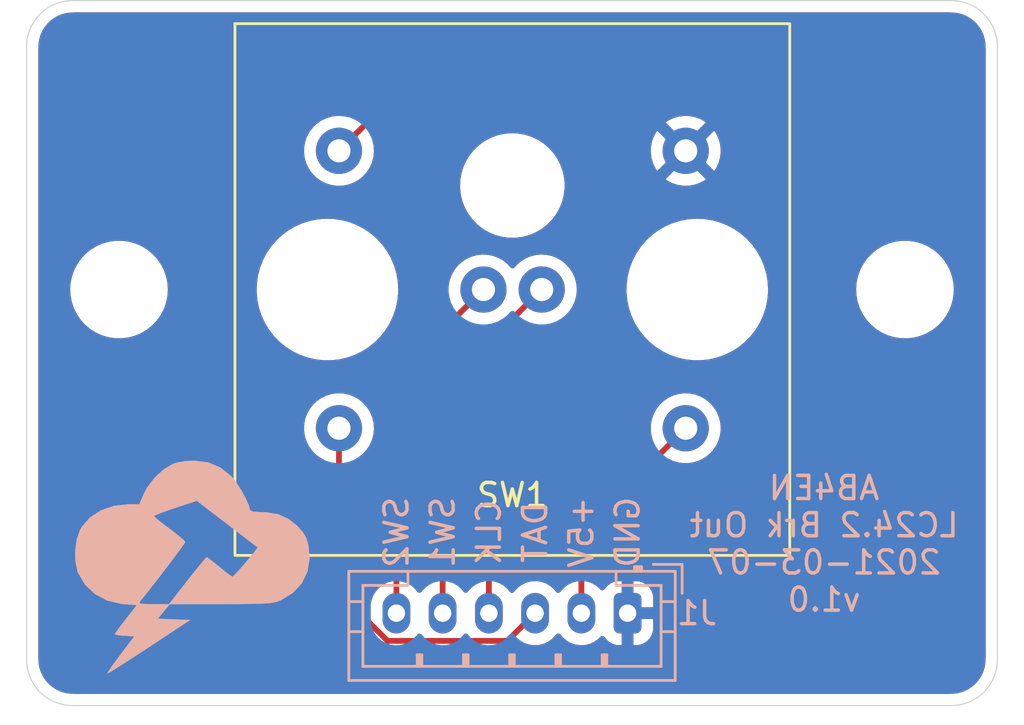
<source format=kicad_pcb>
(kicad_pcb (version 20210228) (generator pcbnew)
  (layers (0 "F.Cu" signal) (31 "B.Cu" signal) (34 "B.Paste" user) (35 "F.Paste" user) (36 "B.SilkS" user "B.Silkscreen") (37 "F.SilkS" user "F.Silkscreen") (38 "B.Mask" user) (39 "F.Mask" user) (44 "Edge.Cuts" user))
  (net 0 "")
  (net 1 "SW2")
  (net 2 "SW1")
  (net 3 "CLK")
  (net 4 "DAT")
  (net 5 "+5V")
  (net 6 "GND")
  (footprint "MountingHole:MountingHole_3.2mm_M3" (layer "F.Cu") (at 149 105.5)
    (fp_text reference "H2" hide)
    (fp_text value "MountingHole")
    (pad "1" np_thru_hole circle (at 0 0) (size 3.2 3.2) (drill 3.2) (layers *.Cu *.Mask))
  )
  (footprint "BVH_Switches:ScreenKey_LC24.2" (layer "F.Cu") (at 166.015 105.5)
    (fp_text reference "SW1" (at 0 8.89) (layer "F.SilkS"))
    (fp_text value "ScreenKeys_LC24.2")
    (fp_rect (start -12 -11.5) (end 12 11.5) (layer "F.SilkS") (width 0.12) (fill none))
    (pad "" np_thru_hole circle (at 8 0) (size 5.1 5.1) (drill 5.1) (layers *.Cu *.Mask))
    (pad "" np_thru_hole circle (at -8 0) (size 5.1 5.1) (drill 5.1) (layers *.Cu *.Mask))
    (pad "" np_thru_hole circle (at 0 -4.5) (size 3.5 3.5) (drill 3.5) (layers *.Cu *.Mask))
    (pad "1" thru_hole circle (at 7.5 -6) (size 2 2) (drill 1) (layers *.Cu *.Mask) (net 6 "GND"))
    (pad "2" thru_hole circle (at 7.5 6) (size 2 2) (drill 1) (layers *.Cu *.Mask) (net 5 "+5V"))
    (pad "3" thru_hole circle (at -7.5 -6) (size 2 2) (drill 1) (layers *.Cu *.Mask) (net 3 "CLK"))
    (pad "4" thru_hole circle (at -7.5 6) (size 2 2) (drill 1) (layers *.Cu *.Mask) (net 4 "DAT"))
    (pad "5" thru_hole circle (at 1.27 0) (size 2 2) (drill 1) (layers *.Cu *.Mask) (net 2 "SW1"))
    (pad "6" thru_hole circle (at -1.25 0) (size 2 2) (drill 1) (layers *.Cu *.Mask) (net 1 "SW2"))
  )
  (footprint "MountingHole:MountingHole_3.2mm_M3" (layer "F.Cu") (at 183 105.5)
    (fp_text reference "H1" hide)
    (fp_text value "MountingHole")
    (pad "1" np_thru_hole circle (at 0 0) (size 3.2 3.2) (drill 3.2) (layers *.Cu *.Mask))
  )
  (footprint "BVH_Logos:SkyIron_logo_Back" (layer "F.Cu") (at 151.5 117.5)
    (fp_text reference "G***" hide)
    (fp_text value "LOGO" hide)
    (fp_poly (pts (xy 0.352298 -4.573742) (xy 0.020909 -4.517714) (xy -0.158124 -4.462771) (xy -0.568729 -4.218391) (xy -0.960714 -3.860141) (xy -1.282732 -3.44029) (xy -1.423622 -3.174524) (xy -1.623737 -2.712223) (xy -2.089404 -2.710306) (xy -2.720813 -2.641024) (xy -3.283692 -2.447098) (xy -3.754039 -2.141285) (xy -4.107855 -1.736342) (xy -4.189405 -1.594084) (xy -4.327557 -1.193063) (xy -4.393634 -0.714943) (xy -4.38447 -0.230464) (xy -4.296899 0.189635) (xy -4.272125 0.254) (xy -3.96779 0.76751) (xy -3.543426 1.170759) (xy -3.017406 1.45105) (xy -2.408103 1.595686) (xy -2.318135 1.604313) (xy -1.730121 1.651) (xy -2.206096 2.258653) (xy -2.415447 2.530443) (xy -2.57786 2.749903) (xy -2.669836 2.884854) (xy -2.68207 2.910395) (xy -2.605941 2.940286) (xy -2.41146 2.9681) (xy -2.262451 2.980076) (xy -1.842832 3.005667) (xy -2.43912 3.795609) (xy -2.66994 4.106555) (xy -2.854143 4.364629) (xy -2.972683 4.542435) (xy -3.006906 4.612312) (xy -2.931538 4.575026) (xy -2.734381 4.456125) (xy -2.434629 4.267785) (xy -2.051479 4.022182) (xy -1.604125 3.731492) (xy -1.200404 3.46641) (xy 0.577596 2.293746) (xy -0.122819 2.268707) (xy -0.823235 2.243667) (xy -0.299075 1.608667) (xy 1.917261 1.606807) (xy 2.5952 1.605383) (xy 3.126469 1.601369) (xy 3.533727 1.593245) (xy 3.839631 1.579491) (xy 4.066842 1.558584) (xy 4.238018 1.529005) (xy 4.375819 1.489233) (xy 4.502904 1.437746) (xy 4.514596 1.432483) (xy 5.028188 1.116403) (xy 5.409697 0.701144) (xy 5.651277 0.20259) (xy 5.745077 -0.363375) (xy 5.700865 -0.836434) (xy 3.502838 -0.836434) (xy 3.352551 -0.647268) (xy 3.106614 -0.344738) (xy 2.863604 -0.057756) (xy 2.648923 0.184998) (xy 2.487973 0.354841) (xy 2.406159 0.423095) (xy 2.404315 0.423334) (xy 2.319153 0.372883) (xy 2.140171 0.239209) (xy 1.902512 0.048824) (xy 1.846068 0.00215) (xy 1.601324 -0.197243) (xy 1.408953 -0.346257) (xy 1.303542 -0.418301) (xy 1.295421 -0.421183) (xy 1.230775 -0.358752) (xy 1.081728 -0.185219) (xy 0.867281 0.07642) (xy 0.606438 0.403172) (xy 0.457611 0.592667) (xy -0.336024 1.608667) (xy -1.014169 1.608667) (xy -1.347314 1.606201) (xy -1.538528 1.593901) (xy -1.615196 1.564409) (xy -1.604702 1.51037) (xy -1.565741 1.4605) (xy -1.399739 1.259055) (xy -1.176672 0.978433) (xy -0.915862 0.644065) (xy -0.636634 0.281383) (xy -0.35831 -0.084183) (xy -0.100215 -0.427202) (xy 0.118329 -0.722242) (xy 0.277996 -0.943873) (xy 0.359465 -1.066663) (xy 0.36593 -1.081696) (xy 0.301878 -1.158891) (xy 0.129362 -1.309563) (xy -0.122157 -1.508952) (xy -0.311404 -1.651) (xy -0.59765 -1.866231) (xy -0.824037 -2.045344) (xy -0.961251 -2.164631) (xy -0.988737 -2.1988) (xy -0.913374 -2.243222) (xy -0.708531 -2.326799) (xy -0.406075 -2.437298) (xy -0.06203 -2.554522) (xy 0.864676 -2.860681) (xy 2.183757 -1.848558) (xy 3.502838 -0.836434) (xy 5.700865 -0.836434) (xy 5.69049 -0.94744) (xy 5.604056 -1.246889) (xy 5.464262 -1.492027) (xy 5.229643 -1.753243) (xy 5.196794 -1.785465) (xy 4.811365 -2.090263) (xy 4.38453 -2.276987) (xy 3.872369 -2.361616) (xy 3.588104 -2.370666) (xy 3.29564 -2.390779) (xy 3.166767 -2.451268) (xy 3.159863 -2.4765) (xy 3.113249 -2.665778) (xy 2.990991 -2.943484) (xy 2.819216 -3.262706) (xy 2.624052 -3.576536) (xy 2.431628 -3.838063) (xy 2.351763 -3.92734) (xy 1.886228 -4.298801) (xy 1.359586 -4.518799) (xy 0.751632 -4.595544) (xy 0.706572 -4.595766) (xy 0.352298 -4.573742)) (layer "B.SilkS") (width 0.01) (fill solid))
  )
  (footprint "Connector_JST:JST_PH_B6B-PH-K_1x06_P2.00mm_Vertical" (layer "B.Cu") (at 171 119.5 180)
    (fp_text reference "J1" (at -3 0) (layer "B.SilkS") (effects (justify mirror)))
    (fp_text value "Conn_01x06")
    (fp_line (start 9.5 1.2) (end 9.5 1.81) (layer "B.SilkS") (width 0.12))
    (fp_line (start 12.06 -2.91) (end 12.06 1.81) (layer "B.SilkS") (width 0.12))
    (fp_line (start -2.36 2.11) (end -2.36 0.86) (layer "B.SilkS") (width 0.12))
    (fp_line (start 3 -2.3) (end 3 -1.8) (layer "B.SilkS") (width 0.12))
    (fp_line (start 12.06 0.5) (end 11.45 0.5) (layer "B.SilkS") (width 0.12))
    (fp_line (start 12.06 1.81) (end -2.06 1.81) (layer "B.SilkS") (width 0.12))
    (fp_line (start -1.45 1.2) (end -1.45 -2.3) (layer "B.SilkS") (width 0.12))
    (fp_line (start -0.3 2.01) (end -0.6 2.01) (layer "B.SilkS") (width 0.12))
    (fp_line (start 7.1 -1.8) (end 7.1 -2.3) (layer "B.SilkS") (width 0.12))
    (fp_line (start -1.45 -2.3) (end 11.45 -2.3) (layer "B.SilkS") (width 0.12))
    (fp_line (start 8.9 -1.8) (end 9.1 -1.8) (layer "B.SilkS") (width 0.12))
    (fp_line (start 5.1 -1.8) (end 5.1 -2.3) (layer "B.SilkS") (width 0.12))
    (fp_line (start 2.9 -2.3) (end 2.9 -1.8) (layer "B.SilkS") (width 0.12))
    (fp_line (start -0.6 2.01) (end -0.6 1.81) (layer "B.SilkS") (width 0.12))
    (fp_line (start 4.9 -2.3) (end 4.9 -1.8) (layer "B.SilkS") (width 0.12))
    (fp_line (start 12.06 -0.8) (end 11.45 -0.8) (layer "B.SilkS") (width 0.12))
    (fp_line (start 5 -2.3) (end 5 -1.8) (layer "B.SilkS") (width 0.12))
    (fp_line (start -0.3 1.91) (end -0.6 1.91) (layer "B.SilkS") (width 0.12))
    (fp_line (start 3.1 -1.8) (end 3.1 -2.3) (layer "B.SilkS") (width 0.12))
    (fp_line (start 4.9 -1.8) (end 5.1 -1.8) (layer "B.SilkS") (width 0.12))
    (fp_line (start 11.45 -2.3) (end 11.45 1.2) (layer "B.SilkS") (width 0.12))
    (fp_line (start 9.1 -1.8) (end 9.1 -2.3) (layer "B.SilkS") (width 0.12))
    (fp_line (start 6.9 -1.8) (end 7.1 -1.8) (layer "B.SilkS") (width 0.12))
    (fp_line (start 11.45 1.2) (end 9.5 1.2) (layer "B.SilkS") (width 0.12))
    (fp_line (start -2.06 0.5) (end -1.45 0.5) (layer "B.SilkS") (width 0.12))
    (fp_line (start 6.9 -2.3) (end 6.9 -1.8) (layer "B.SilkS") (width 0.12))
    (fp_line (start -2.06 -0.8) (end -1.45 -0.8) (layer "B.SilkS") (width 0.12))
    (fp_line (start 1 -2.3) (end 1 -1.8) (layer "B.SilkS") (width 0.12))
    (fp_line (start 2.9 -1.8) (end 3.1 -1.8) (layer "B.SilkS") (width 0.12))
    (fp_line (start 7 -2.3) (end 7 -1.8) (layer "B.SilkS") (width 0.12))
    (fp_line (start 8.9 -2.3) (end 8.9 -1.8) (layer "B.SilkS") (width 0.12))
    (fp_line (start -1.11 2.11) (end -2.36 2.11) (layer "B.SilkS") (width 0.12))
    (fp_line (start 1.1 -1.8) (end 1.1 -2.3) (layer "B.SilkS") (width 0.12))
    (fp_line (start 0.9 -2.3) (end 0.9 -1.8) (layer "B.SilkS") (width 0.12))
    (fp_line (start 0.5 1.2) (end -1.45 1.2) (layer "B.SilkS") (width 0.12))
    (fp_line (start 9 -2.3) (end 9 -1.8) (layer "B.SilkS") (width 0.12))
    (fp_line (start -0.3 1.81) (end -0.3 2.01) (layer "B.SilkS") (width 0.12))
    (fp_line (start 0.9 -1.8) (end 1.1 -1.8) (layer "B.SilkS") (width 0.12))
    (fp_line (start -2.06 1.81) (end -2.06 -2.91) (layer "B.SilkS") (width 0.12))
    (fp_line (start 0.5 1.81) (end 0.5 1.2) (layer "B.SilkS") (width 0.12))
    (fp_line (start -2.06 -2.91) (end 12.06 -2.91) (layer "B.SilkS") (width 0.12))
    (pad "1" thru_hole roundrect (at 0 0 180) (size 1.2 1.75) (drill 0.75) (layers *.Cu *.Mask) (roundrect_rratio 0.2083333333333333) (net 6 "GND"))
    (pad "2" thru_hole oval (at 2 0 180) (size 1.2 1.75) (drill 0.75) (layers *.Cu *.Mask) (net 5 "+5V"))
    (pad "3" thru_hole oval (at 4 0 180) (size 1.2 1.75) (drill 0.75) (layers *.Cu *.Mask) (net 4 "DAT"))
    (pad "4" thru_hole oval (at 6 0 180) (size 1.2 1.75) (drill 0.75) (layers *.Cu *.Mask) (net 3 "CLK"))
    (pad "5" thru_hole oval (at 8 0 180) (size 1.2 1.75) (drill 0.75) (layers *.Cu *.Mask) (net 2 "SW1"))
    (pad "6" thru_hole oval (at 10 0 180) (size 1.2 1.75) (drill 0.75) (layers *.Cu *.Mask) (net 1 "SW2"))
  )
  (gr_line (start 185 123.5) (end 147 123.5) (layer "Edge.Cuts") (width 0.05))
  (gr_line (start 187 95) (end 187 121.5) (layer "Edge.Cuts") (width 0.05))
  (gr_line (start 147 93) (end 185 93) (layer "Edge.Cuts") (width 0.05))
  (gr_arc (start 147 95) (end 147 93) (angle -90) (layer "Edge.Cuts") (width 0.05))
  (gr_line (start 145 121.5) (end 145 95) (layer "Edge.Cuts") (width 0.05))
  (gr_arc (start 147 121.5) (end 145 121.5) (angle -90) (layer "Edge.Cuts") (width 0.05))
  (gr_arc (start 185 95) (end 187 95) (angle -90) (layer "Edge.Cuts") (width 0.05))
  (gr_arc (start 185 121.5) (end 185 123.5) (angle -90) (layer "Edge.Cuts") (width 0.05))
  (gr_text "SW2" (at 161 116 90) (layer "B.SilkS") (effects (font (size 1 1)) (justify mirror)))
  (gr_text "AB4EN\nLC24.2 Brk Out\n2021-03-07\nv1.0" (at 179.5 116.5) (layer "B.SilkS") (effects (font (size 1 1)) (justify mirror)))
  (gr_text "DAT" (at 167 116 90) (layer "B.SilkS") (effects (font (size 1 1)) (justify mirror)))
  (gr_text "CLK" (at 165 116 90) (layer "B.SilkS") (effects (font (size 1 1)) (justify mirror)))
  (gr_text "SW1" (at 163 116 90) (layer "B.SilkS") (effects (font (size 1 1)) (justify mirror)))
  (gr_text "GND" (at 171 116 90) (layer "B.SilkS") (effects (font (size 1 1)) (justify mirror)))
  (gr_text "+5V" (at 169 116 90) (layer "B.SilkS") (effects (font (size 1 1)) (justify mirror)))
  (segment (start 161 109.265) (end 161 119.5) (width 0.25) (layer "F.Cu") (net 1))
  (segment (start 164.765 105.5) (end 161 109.265) (width 0.25) (layer "F.Cu") (net 1))
  (segment (start 163 109.785) (end 167.285 105.5) (width 0.25) (layer "F.Cu") (net 2))
  (segment (start 163 119.5) (end 163 109.785) (width 0.25) (layer "F.Cu") (net 2))
  (segment (start 167.5 97.5) (end 160.515 97.5) (width 0.25) (layer "F.Cu") (net 3))
  (segment (start 160.515 97.5) (end 158.515 99.5) (width 0.25) (layer "F.Cu") (net 3))
  (segment (start 169.5 106.5) (end 169.5 99.5) (width 0.25) (layer "F.Cu") (net 3))
  (segment (start 165 111) (end 169.5 106.5) (width 0.25) (layer "F.Cu") (net 3))
  (segment (start 165 119.5) (end 165 111) (width 0.25) (layer "F.Cu") (net 3))
  (segment (start 169.5 99.5) (end 167.5 97.5) (width 0.25) (layer "F.Cu") (net 3))
  (segment (start 167 119.5) (end 165.79998 120.70002) (width 0.25) (layer "F.Cu") (net 4))
  (segment (start 160.616845 120.70002) (end 158.515 118.598175) (width 0.25) (layer "F.Cu") (net 4))
  (segment (start 165.79998 120.70002) (end 160.616845 120.70002) (width 0.25) (layer "F.Cu") (net 4))
  (segment (start 158.515 118.598175) (end 158.515 111.5) (width 0.25) (layer "F.Cu") (net 4))
  (segment (start 169 119.5) (end 169 116.015) (width 0.25) (layer "F.Cu") (net 5))
  (segment (start 169 116.015) (end 173.515 111.5) (width 0.25) (layer "F.Cu") (net 5))
  (zone (net 6) (net_name "GND") (layer "F.Cu") (connect_pads (clearance 0.508)) (min_thickness 0.254) (fill yes (thermal_gap 0.508) (thermal_bridge_width 0.508))
    (polygon (pts (xy 187 123.5) (xy 145 123.5) (xy 145 93) (xy 187 93)))
  )
  (zone (net 6) (net_name "GND") (layer "B.Cu") (connect_pads (clearance 0.508)) (min_thickness 0.254) (fill yes (thermal_gap 0.508) (thermal_bridge_width 0.508))
    (polygon (pts (xy 187 123.5) (xy 145 123.5) (xy 145 93) (xy 187 93)))
  )
)
</source>
